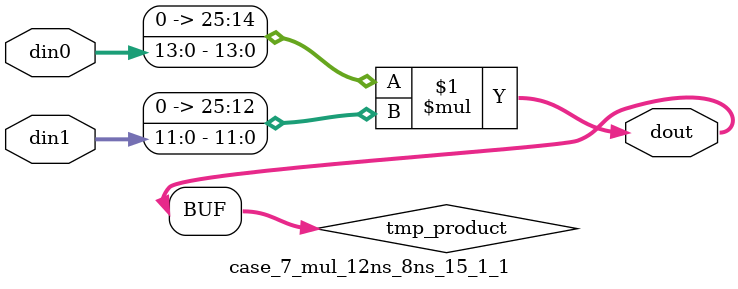
<source format=v>

`timescale 1 ns / 1 ps

 (* use_dsp = "no" *)  module case_7_mul_12ns_8ns_15_1_1(din0, din1, dout);
parameter ID = 1;
parameter NUM_STAGE = 0;
parameter din0_WIDTH = 14;
parameter din1_WIDTH = 12;
parameter dout_WIDTH = 26;

input [din0_WIDTH - 1 : 0] din0; 
input [din1_WIDTH - 1 : 0] din1; 
output [dout_WIDTH - 1 : 0] dout;

wire signed [dout_WIDTH - 1 : 0] tmp_product;
























assign tmp_product = $signed({1'b0, din0}) * $signed({1'b0, din1});











assign dout = tmp_product;





















endmodule

</source>
